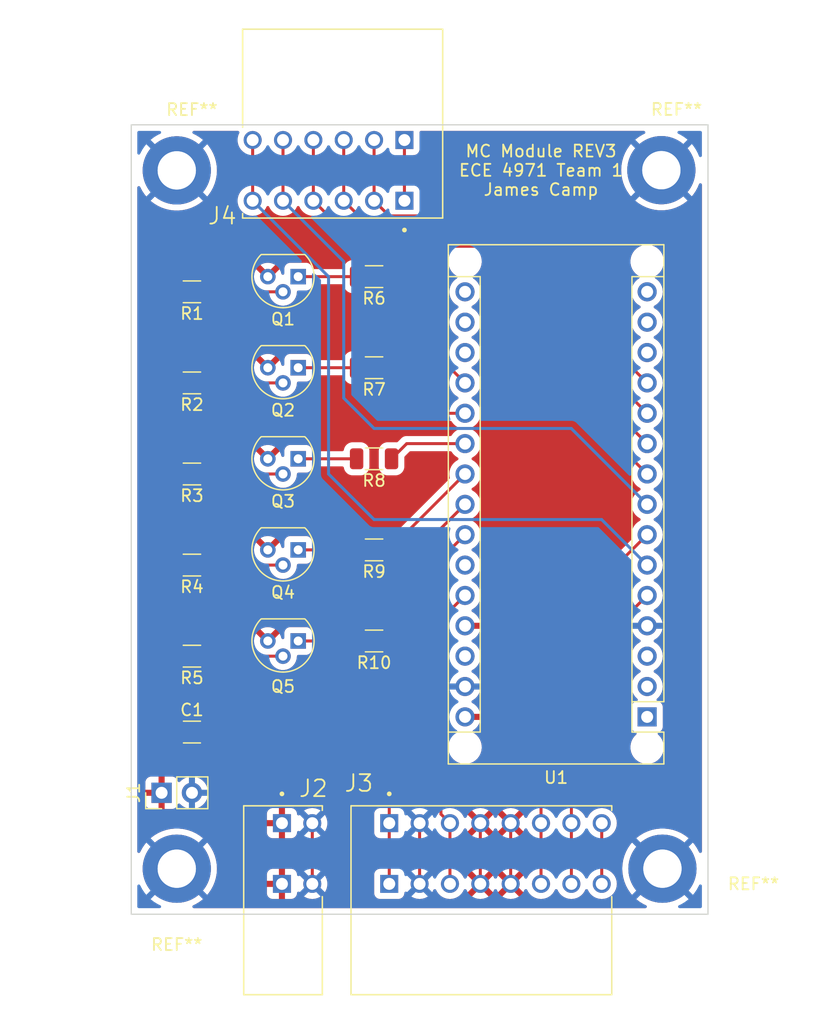
<source format=kicad_pcb>
(kicad_pcb (version 20211014) (generator pcbnew)
  (layers (0 "F.Cu" signal) (31 "B.Cu" signal) (34 "B.Paste" user) (35 "F.Paste" user) (36 "B.SilkS" user "B.Silkscreen") (37 "F.SilkS" user "F.Silkscreen") (38 "B.Mask" user) (39 "F.Mask" user) (44 "Edge.Cuts" user))
  (net 0 "")
  (net 1 "/Probe+")
  (net 2 "GND")
  (net 3 "+5V")
  (net 4 "/LA_Feedback")
  (net 5 "Net-(J4-Pad1_A)")
  (net 6 "Net-(J4-Pad2_A)")
  (net 7 "Net-(J4-Pad3_A)")
  (net 8 "Net-(J4-Pad4_A)")
  (net 9 "Net-(J4-Pad5_A)")
  (net 10 "Net-(J4-Pad6_A)")
  (net 11 "Net-(Q1-Pad1)")
  (net 12 "Net-(Q1-Pad2)")
  (net 13 "Net-(Q2-Pad1)")
  (net 14 "Net-(Q2-Pad2)")
  (net 15 "Net-(Q3-Pad1)")
  (net 16 "Net-(Q3-Pad2)")
  (net 17 "Net-(R9-Pad2)")
  (net 18 "Net-(Q4-Pad2)")
  (net 19 "Net-(Q5-Pad1)")
  (net 20 "Net-(Q5-Pad2)")
  (net 21 "Net-(U1-Pad19)")
  (net 22 "Net-(U1-Pad20)")
  (net 23 "Net-(U1-Pad21)")
  (net 24 "Net-(U1-Pad22)")
  (net 25 "Net-(U1-Pad23)")
  (net 37 "Net-(U1-Pad7)")
  (net 38 "Net-(U1-Pad5)")
  (net 39 "Net-(J3-Pad8_A)")
  (footprint "Package_TO_SOT_THT:TO-92" (layer "F.Cu") (at 76.2 63.5 180)
    (fp_text reference "Q2" (at 1.27 -3.56) (layer "F.SilkS"))
    (fp_text value "PNP")
    (fp_line (start -0.53 1.85) (end 3.07 1.85) (layer "F.SilkS") (width 0.12))
    (fp_arc (start -0.568478 1.838478) (mid -1.132087 -0.994977) (end 1.27 -2.6) (layer "F.SilkS") (width 0.12))
    (fp_arc (start 1.27 -2.6) (mid 3.672087 -0.994977) (end 3.108478 1.838478) (layer "F.SilkS") (width 0.12))
    (pad "1" thru_hole rect (at 0 0 180) (size 1.3 1.3) (drill 0.75) (layers *.Cu *.Mask) (net 13 "Net-(Q2-Pad1)"))
    (pad "2" thru_hole circle (at 1.27 -1.27 180) (size 1.3 1.3) (drill 0.75) (layers *.Cu *.Mask) (net 14 "Net-(Q2-Pad2)"))
    (pad "3" thru_hole circle (at 2.54 0 180) (size 1.3 1.3) (drill 0.75) (layers *.Cu *.Mask) (net 3 "+5V"))
  )
  (footprint "MountingHole:MountingHole_3.2mm_M3_ISO7380_Pad" (layer "F.Cu") (at 106.590137 46.973661)
    (fp_text reference "REF**" (at 1.27 -5.08) (layer "F.SilkS"))
    (fp_text value "MountingHole_3.2mm_M3_ISO7380_Pad")
    (pad "1" thru_hole circle (at 0 0) (size 5.7 5.7) (drill 3.2) (layers *.Cu *.Mask) (net 2 "GND"))
  )
  (footprint "Screw_Terminals:CUI_TBL009-254-06GY-2GY" (layer "F.Cu") (at 85.09 49.53 180)
    (fp_text reference "J4" (at 15.24 -1.27) (layer "F.SilkS") (effects (font (size 1.4 1.4))))
    (fp_text value "TBL009-254-06GY-2GY")
    (fp_line (start 13.54 -1.45) (end 13.54 -1.07) (layer "F.SilkS") (width 0.127))
    (fp_line (start -3.2 -1.45) (end 13.54 -1.45) (layer "F.SilkS") (width 0.127))
    (fp_line (start 13.54 14.35) (end -3.2 14.35) (layer "F.SilkS") (width 0.127))
    (fp_line (start -3.2 14.35) (end -3.2 -1.45) (layer "F.SilkS") (width 0.127))
    (fp_line (start 13.54 6.15) (end 13.54 14.35) (layer "F.SilkS") (width 0.127))
    (fp_circle (center 0 -2.45) (end 0.1 -2.45) (layer "F.SilkS") (width 0.2) (fill none))
    (pad "1_A" thru_hole rect (at 0 0 180) (size 1.508 1.508) (drill 1) (layers *.Cu *.Mask) (net 5 "Net-(J4-Pad1_A)"))
    (pad "1_B" thru_hole rect (at 0 5.08 180) (size 1.508 1.508) (drill 1) (layers *.Cu *.Mask) (net 5 "Net-(J4-Pad1_A)"))
    (pad "2_A" thru_hole circle (at 2.54 0 180) (size 1.508 1.508) (drill 1) (layers *.Cu *.Mask) (net 6 "Net-(J4-Pad2_A)"))
    (pad "2_B" thru_hole circle (at 2.54 5.08 180) (size 1.508 1.508) (drill 1) (layers *.Cu *.Mask) (net 6 "Net-(J4-Pad2_A)"))
    (pad "3_A" thru_hole circle (at 5.08 0 180) (size 1.508 1.508) (drill 1) (layers *.Cu *.Mask) (net 7 "Net-(J4-Pad3_A)"))
    (pad "3_B" thru_hole circle (at 5.08 5.08 180) (size 1.508 1.508) (drill 1) (layers *.Cu *.Mask) (net 7 "Net-(J4-Pad3_A)"))
    (pad "4_A" thru_hole circle (at 7.62 0 180) (size 1.508 1.508) (drill 1) (layers *.Cu *.Mask) (net 8 "Net-(J4-Pad4_A)"))
    (pad "4_B" thru_hole circle (at 7.62 5.08 180) (size 1.508 1.508) (drill 1) (layers *.Cu *.Mask) (net 8 "Net-(J4-Pad4_A)"))
    (pad "5_A" thru_hole circle (at 10.16 0 180) (size 1.508 1.508) (drill 1) (layers *.Cu *.Mask) (net 9 "Net-(J4-Pad5_A)"))
    (pad "5_B" thru_hole circle (at 10.16 5.08 180) (size 1.508 1.508) (drill 1) (layers *.Cu *.Mask) (net 9 "Net-(J4-Pad5_A)"))
    (pad "6_A" thru_hole circle (at 12.7 0 180) (size 1.508 1.508) (drill 1) (layers *.Cu *.Mask) (net 10 "Net-(J4-Pad6_A)"))
    (pad "6_B" thru_hole circle (at 12.7 5.08 180) (size 1.508 1.508) (drill 1) (layers *.Cu *.Mask) (net 10 "Net-(J4-Pad6_A)"))
  )
  (footprint "Resistor_SMD:R_1206_3216Metric" (layer "F.Cu") (at 82.55 86.36 180)
    (fp_text reference "R10" (at 0 -1.82) (layer "F.SilkS"))
    (fp_text value "4.7k")
    (fp_line (start -0.727064 0.91) (end 0.727064 0.91) (layer "F.SilkS") (width 0.12))
    (fp_line (start -0.727064 -0.91) (end 0.727064 -0.91) (layer "F.SilkS") (width 0.12))
    (pad "1" smd roundrect (at -1.4625 0 180) (size 1.125 1.75) (layers "F.Cu" "F.Paste" "F.Mask") (roundrect_rratio 0.222222) (net 25 "Net-(U1-Pad23)"))
    (pad "2" smd roundrect (at 1.4625 0 180) (size 1.125 1.75) (layers "F.Cu" "F.Paste" "F.Mask") (roundrect_rratio 0.222222) (net 19 "Net-(Q5-Pad1)"))
  )
  (footprint "Resistor_SMD:R_1206_3216Metric" (layer "F.Cu") (at 67.31 80.01 180)
    (fp_text reference "R4" (at 0 -1.82) (layer "F.SilkS"))
    (fp_text value "470M")
    (fp_line (start -0.727064 0.91) (end 0.727064 0.91) (layer "F.SilkS") (width 0.12))
    (fp_line (start -0.727064 -0.91) (end 0.727064 -0.91) (layer "F.SilkS") (width 0.12))
    (pad "1" smd roundrect (at -1.4625 0 180) (size 1.125 1.75) (layers "F.Cu" "F.Paste" "F.Mask") (roundrect_rratio 0.222222) (net 18 "Net-(Q4-Pad2)"))
    (pad "2" smd roundrect (at 1.4625 0 180) (size 1.125 1.75) (layers "F.Cu" "F.Paste" "F.Mask") (roundrect_rratio 0.222222) (net 1 "/Probe+"))
  )
  (footprint "Resistor_SMD:R_1206_3216Metric" (layer "F.Cu") (at 82.55 78.74 180)
    (fp_text reference "R9" (at 0 -1.82) (layer "F.SilkS"))
    (fp_text value "4.7k")
    (fp_line (start -0.727064 0.91) (end 0.727064 0.91) (layer "F.SilkS") (width 0.12))
    (fp_line (start -0.727064 -0.91) (end 0.727064 -0.91) (layer "F.SilkS") (width 0.12))
    (pad "1" smd roundrect (at -1.4625 0 180) (size 1.125 1.75) (layers "F.Cu" "F.Paste" "F.Mask") (roundrect_rratio 0.222222) (net 24 "Net-(U1-Pad22)"))
    (pad "2" smd roundrect (at 1.4625 0 180) (size 1.125 1.75) (layers "F.Cu" "F.Paste" "F.Mask") (roundrect_rratio 0.222222) (net 17 "Net-(R9-Pad2)"))
  )
  (footprint "" (layer "F.Cu") (at 106.68 105.41)
    (fp_text reference "" (at 0 0) (layer "F.SilkS") (effects (font (size 1.27 1.27))))
    (fp_text value "" (at 0 0) (layer "F.SilkS") (effects (font (size 1.27 1.27))))
    (pad "1" thru_hole circle (at 0 0) (size 5.7 5.7) (drill 3.2) (layers *.Cu *.Mask) (net 2 "GND"))
  )
  (footprint "Package_TO_SOT_THT:TO-92" (layer "F.Cu") (at 76.2 86.36 180)
    (fp_text reference "Q5" (at 1.27 -3.81) (layer "F.SilkS"))
    (fp_text value "PNP")
    (fp_line (start -0.53 1.85) (end 3.07 1.85) (layer "F.SilkS") (width 0.12))
    (fp_arc (start -0.568478 1.838478) (mid -1.132087 -0.994977) (end 1.27 -2.6) (layer "F.SilkS") (width 0.12))
    (fp_arc (start 1.27 -2.6) (mid 3.672087 -0.994977) (end 3.108478 1.838478) (layer "F.SilkS") (width 0.12))
    (pad "1" thru_hole rect (at 0 0 180) (size 1.3 1.3) (drill 0.75) (layers *.Cu *.Mask) (net 19 "Net-(Q5-Pad1)"))
    (pad "2" thru_hole circle (at 1.27 -1.27 180) (size 1.3 1.3) (drill 0.75) (layers *.Cu *.Mask) (net 20 "Net-(Q5-Pad2)"))
    (pad "3" thru_hole circle (at 2.54 0 180) (size 1.3 1.3) (drill 0.75) (layers *.Cu *.Mask) (net 3 "+5V"))
  )
  (footprint "Capacitor_SMD:C_1206_3216Metric" (layer "F.Cu") (at 67.31 93.98)
    (fp_text reference "C1" (at 0 -1.85) (layer "F.SilkS"))
    (fp_text value "100nF")
    (fp_line (start -0.711252 0.91) (end 0.711252 0.91) (layer "F.SilkS") (width 0.12))
    (fp_line (start -0.711252 -0.91) (end 0.711252 -0.91) (layer "F.SilkS") (width 0.12))
    (pad "1" smd roundrect (at -1.475 0) (size 1.15 1.8) (layers "F.Cu" "F.Paste" "F.Mask") (roundrect_rratio 0.217391) (net 1 "/Probe+"))
    (pad "2" smd roundrect (at 1.475 0) (size 1.15 1.8) (layers "F.Cu" "F.Paste" "F.Mask") (roundrect_rratio 0.217391) (net 2 "GND"))
  )
  (footprint "Package_TO_SOT_THT:TO-92" (layer "F.Cu") (at 76.2 71.12 180)
    (fp_text reference "Q3" (at 1.27 -3.56) (layer "F.SilkS"))
    (fp_text value "PNP")
    (fp_line (start -0.53 1.85) (end 3.07 1.85) (layer "F.SilkS") (width 0.12))
    (fp_arc (start -0.568478 1.838478) (mid -1.132087 -0.994977) (end 1.27 -2.6) (layer "F.SilkS") (width 0.12))
    (fp_arc (start 1.27 -2.6) (mid 3.672087 -0.994977) (end 3.108478 1.838478) (layer "F.SilkS") (width 0.12))
    (pad "1" thru_hole rect (at 0 0 180) (size 1.3 1.3) (drill 0.75) (layers *.Cu *.Mask) (net 15 "Net-(Q3-Pad1)"))
    (pad "2" thru_hole circle (at 1.27 -1.27 180) (size 1.3 1.3) (drill 0.75) (layers *.Cu *.Mask) (net 16 "Net-(Q3-Pad2)"))
    (pad "3" thru_hole circle (at 2.54 0 180) (size 1.3 1.3) (drill 0.75) (layers *.Cu *.Mask) (net 3 "+5V"))
  )
  (footprint "MountingHole:MountingHole_3.2mm_M3_ISO7380_Pad" (layer "F.Cu") (at 66.04 105.41)
    (fp_text reference "REF**" (at 0 6.35) (layer "F.SilkS"))
    (fp_text value "MountingHole_3.2mm_M3_ISO7380_Pad")
    (pad "1" thru_hole circle (at 0 0) (size 5.7 5.7) (drill 3.2) (layers *.Cu *.Mask) (net 2 "GND"))
  )
  (footprint "Resistor_SMD:R_1206_3216Metric" (layer "F.Cu") (at 67.31 72.39 180)
    (fp_text reference "R3" (at 0 -1.82) (layer "F.SilkS"))
    (fp_text value "47M")
    (fp_line (start -0.727064 -0.91) (end 0.727064 -0.91) (layer "F.SilkS") (width 0.12))
    (fp_line (start -0.727064 0.91) (end 0.727064 0.91) (layer "F.SilkS") (width 0.12))
    (pad "1" smd roundrect (at -1.4625 0 180) (size 1.125 1.75) (layers "F.Cu" "F.Paste" "F.Mask") (roundrect_rratio 0.222222) (net 16 "Net-(Q3-Pad2)"))
    (pad "2" smd roundrect (at 1.4625 0 180) (size 1.125 1.75) (layers "F.Cu" "F.Paste" "F.Mask") (roundrect_rratio 0.222222) (net 1 "/Probe+"))
  )
  (footprint "Resistor_SMD:R_1206_3216Metric" (layer "F.Cu") (at 82.55 71.12 180)
    (fp_text reference "R8" (at 0 -1.82) (layer "F.SilkS"))
    (fp_text value "4.7k")
    (fp_line (start -0.727064 0.91) (end 0.727064 0.91) (layer "F.SilkS") (width 0.12))
    (fp_line (start -0.727064 -0.91) (end 0.727064 -0.91) (layer "F.SilkS") (width 0.12))
    (pad "1" smd roundrect (at -1.4625 0 180) (size 1.125 1.75) (layers "F.Cu" "F.Paste" "F.Mask") (roundrect_rratio 0.222222) (net 23 "Net-(U1-Pad21)"))
    (pad "2" smd roundrect (at 1.4625 0 180) (size 1.125 1.75) (layers "F.Cu" "F.Paste" "F.Mask") (roundrect_rratio 0.222222) (net 15 "Net-(Q3-Pad1)"))
  )
  (footprint "Resistor_SMD:R_1206_3216Metric" (layer "F.Cu") (at 82.55 55.88 180)
    (fp_text reference "R6" (at 0 -1.82) (layer "F.SilkS"))
    (fp_text value "4.7k")
    (fp_line (start -0.727064 0.91) (end 0.727064 0.91) (layer "F.SilkS") (width 0.12))
    (fp_line (start -0.727064 -0.91) (end 0.727064 -0.91) (layer "F.SilkS") (width 0.12))
    (pad "1" smd roundrect (at -1.4625 0 180) (size 1.125 1.75) (layers "F.Cu" "F.Paste" "F.Mask") (roundrect_rratio 0.222222) (net 21 "Net-(U1-Pad19)"))
    (pad "2" smd roundrect (at 1.4625 0 180) (size 1.125 1.75) (layers "F.Cu" "F.Paste" "F.Mask") (roundrect_rratio 0.222222) (net 11 "Net-(Q1-Pad1)"))
  )
  (footprint "Screw_Terminals:CUI_TBL009-254-02GY-2GY" (layer "F.Cu") (at 74.84 101.6)
    (fp_text reference "J2" (at 2.63 -2.9025) (layer "F.SilkS") (effects (font (size 1.4 1.4))))
    (fp_text value "TBL009-254-02GY-2GY")
    (fp_line (start -3.2 14.35) (end -3.2 -1.45) (layer "F.SilkS") (width 0.127))
    (fp_line (start 3.38 -1.45) (end 3.38 -1.07) (layer "F.SilkS") (width 0.127))
    (fp_line (start 3.38 14.35) (end -3.2 14.35) (layer "F.SilkS") (width 0.127))
    (fp_line (start 3.38 6.15) (end 3.38 14.35) (layer "F.SilkS") (width 0.127))
    (fp_line (start -3.2 -1.45) (end 3.38 -1.45) (layer "F.SilkS") (width 0.127))
    (fp_circle (center 0 -2.45) (end 0.1 -2.45) (layer "F.SilkS") (width 0.2) (fill none))
    (pad "1_A" thru_hole rect (at 0 0) (size 1.508 1.508) (drill 1) (layers *.Cu *.Mask) (net 3 "+5V"))
    (pad "1_B" thru_hole rect (at 0 5.08) (size 1.508 1.508) (drill 1) (layers *.Cu *.Mask) (net 3 "+5V"))
    (pad "2_A" thru_hole circle (at 2.54 0) (size 1.508 1.508) (drill 1) (layers *.Cu *.Mask) (net 2 "GND"))
    (pad "2_B" thru_hole circle (at 2.54 5.08) (size 1.508 1.508) (drill 1) (layers *.Cu *.Mask) (net 2 "GND"))
  )
  (footprint "" (layer "F.Cu") (at 66.04 46.99)
    (fp_text reference "" (at 0 0) (layer "F.SilkS") (effects (font (size 1.27 1.27))))
    (fp_text value "" (at 0 0) (layer "F.SilkS") (effects (font (size 1.27 1.27))))
    (pad "1" thru_hole circle (at 0 0) (size 5.7 5.7) (drill 3.2) (layers *.Cu *.Mask) (net 2 "GND"))
  )
  (footprint "MountingHole:MountingHole_3.2mm_M3_ISO7380_Pad" (layer "F.Cu") (at 66.04 46.99)
    (fp_text reference "REF**" (at 1.27 -5.08) (layer "F.SilkS"))
    (fp_text value "MountingHole_3.2mm_M3_ISO7380_Pad")
    (pad "1" thru_hole circle (at 0 0) (size 5.7 5.7) (drill 3.2) (layers *.Cu *.Mask) (net 2 "GND"))
  )
  (footprint "Screw_Terminals:CUI_TBL009-254-08GY-2GY" (layer "F.Cu") (at 83.82 101.6)
    (fp_text reference "J3" (at -2.54 -3.339) (layer "F.SilkS") (effects (font (size 1.4 1.4))))
    (fp_text value "TBL009-254-08GY-2GY")
    (fp_line (start 18.62 -1.45) (end 18.62 -1.07) (layer "F.SilkS") (width 0.127))
    (fp_line (start 18.62 6.15) (end 18.62 14.35) (layer "F.SilkS") (width 0.127))
    (fp_line (start -3.2 14.35) (end -3.2 -1.45) (layer "F.SilkS") (width 0.127))
    (fp_line (start -3.2 -1.45) (end 18.62 -1.45) (layer "F.SilkS") (width 0.127))
    (fp_line (start 18.62 14.35) (end -3.2 14.35) (layer "F.SilkS") (width 0.127))
    (fp_circle (center 0 -2.45) (end 0.1 -2.45) (layer "F.SilkS") (width 0.2) (fill none))
    (pad "1_A" thru_hole rect (at 0 0) (size 1.508 1.508) (drill 1) (layers *.Cu *.Mask) (net 1 "/Probe+"))
    (pad "1_B" thru_hole rect (at 0 5.08) (size 1.508 1.508) (drill 1) (layers *.Cu *.Mask) (net 1 "/Probe+"))
    (pad "2_A" thru_hole circle (at 2.54 0) (size 1.508 1.508) (drill 1) (layers *.Cu *.Mask) (net 2 "GND"))
    (pad "2_B" thru_hole circle (at 2.54 5.08) (size 1.508 1.508) (drill 1) (layers *.Cu *.Mask) (net 2 "GND"))
    (pad "3_A" thru_hole circle (at 5.08 0) (size 1.508 1.508) (drill 1) (layers *.Cu *.Mask) (net 4 "/LA_Feedback"))
    (pad "3_B" thru_hole circle (at 5.08 5.08) (size 1.508 1.508) (drill 1) (layers *.Cu *.Mask) (net 4 "/LA_Feedback"))
    (pad "4_A" thru_hole circle (at 7.62 0) (size 1.508 1.508) (drill 1) (layers *.Cu *.Mask) (net 3 "+5V"))
    (pad "4_B" thru_hole circle (at 7.62 5.08) (size 1.508 1.508) (drill 1) (layers *.Cu *.Mask) (net 3 "+5V"))
    (pad "5_A" thru_hole circle (at 10.16 0) (size 1.508 1.508) (drill 1) (layers *.Cu *.Mask) (net 3 "+5V"))
    (pad "5_B" thru_hole circle (at 10.16 5.08) (size 1.508 1.508) (drill 1) (layers *.Cu *.Mask) (net 3 "+5V"))
    (pad "6_A" thru_hole circle (at 12.7 0) (size 1.508 1.508) (drill 1) (layers *.Cu *.Mask) (net 37 "Net-(U1-Pad7)"))
    (pad "6_B" thru_hole circle (at 12.7 5.08) (size 1.508 1.508) (drill 1) (layers *.Cu *.Mask) (net 37 "Net-(U1-Pad7)"))
    (pad "7_A" thru_hole circle (at 15.24 0) (size 1.508 1.508) (drill 1) (layers *.Cu *.Mask) (net 38 "Net-(U1-Pad5)"))
    (pad "7_B" thru_hole circle (at 15.24 5.08) (size 1.508 1.508) (drill 1) (layers *.Cu *.Mask) (net 38 "Net-(U1-Pad5)"))
    (pad "8_A" thru_hole circle (at 17.78 0) (size 1.508 1.508) (drill 1) (layers *.Cu *.Mask) (net 39 "Net-(J3-Pad8_A)"))
    (pad "8_B" thru_hole circle (at 17.78 5.08) (size 1.508 1.508) (drill 1) (layers *.Cu *.Mask) (net 39 "Net-(J3-Pad8_A)"))
  )
  (footprint "Resistor_SMD:R_1206_3216Metric" (layer "F.Cu") (at 67.31 87.63 180)
    (fp_text reference "R5" (at 0 -1.82) (layer "F.SilkS"))
    (fp_text value "10G")
    (fp_line (start -0.727064 0.91) (end 0.727064 0.91) (layer "F.SilkS") (width 0.12))
    (fp_line (start -0.727064 -0.91) (end 0.727064 -0.91) (layer "F.SilkS") (width 0.12))
    (pad "1" smd roundrect (at -1.4625 0 180) (size 1.125 1.75) (layers "F.Cu" "F.Paste" "F.Mask") (roundrect_rratio 0.222222) (net 20 "Net-(Q5-Pad2)"))
    (pad "2" smd roundrect (at 1.4625 0 180) (size 1.125 1.75) (layers "F.Cu" "F.Paste" "F.Mask") (roundrect_rratio 0.222222) (net 1 "/Probe+"))
  )
  (footprint "" (layer "F.Cu") (at 106.590137 46.973661)
    (fp_text reference "" (at 0 0) (layer "F.SilkS") (effects (font (size 1.27 1.27))))
    (fp_text value "" (at 0 0) (layer "F.SilkS") (effects (font (size 1.27 1.27))))
    (pad "1" thru_hole circle (at 0 0) (size 5.7 5.7) (drill 3.2) (layers *.Cu *.Mask) (net 2 "GND"))
  )
  (footprint "Resistor_SMD:R_1206_3216Metric" (layer "F.Cu") (at 82.55 63.5 180)
    (fp_text reference "R7" (at 0 -1.82) (layer "F.SilkS"))
    (fp_text value "4.7k")
    (fp_line (start -0.727064 0.91) (end 0.727064 0.91) (layer "F.SilkS") (width 0.12))
    (fp_line (start -0.727064 -0.91) (end 0.727064 -0.91) (layer "F.SilkS") (width 0.12))
    (pad "1" smd roundrect (at -1.4625 0 180) (size 1.125 1.75) (layers "F.Cu" "F.Paste" "F.Mask") (roundrect_rratio 0.222222) (net 22 "Net-(U1-Pad20)"))
    (pad "2" smd roundrect (at 1.4625 0 180) (size 1.125 1.75) (layers "F.Cu" "F.Paste" "F.Mask") (roundrect_rratio 0.222222) (net 13 "Net-(Q2-Pad1)"))
  )
  (footprint "Capstone_Library:Arduino_Nano_WithMountingHoles" (layer "F.Cu") (at 105.4 92.71 180)
    (fp_text reference "U1" (at 7.62 -5.08) (layer "F.SilkS"))
    (fp_text value "Arduino_Nano_v2.x")
    (fp_line (start 13.97 -1.27) (end 16.64 -1.27) (layer "F.SilkS") (width 0.12))
    (fp_line (start 16.64 -3.94) (end -1.4 -3.94) (layer "F.SilkS") (width 0.12))
    (fp_line (start -1.4 -3.94) (end -1.4 -1.27) (layer "F.SilkS") (width 0.12))
    (fp_line (start 13.97 36.83) (end 16.64 36.83) (layer "F.SilkS") (width 0.12))
    (fp_line (start -1.4 1.27) (end -1.4 39.5) (layer "F.SilkS") (width 0.12))
    (fp_line (start 1.27 1.27) (end 1.27 36.83) (layer "F.SilkS") (width 0.12))
    (fp_line (start 16.64 39.5) (end 16.64 -3.94) (layer "F.SilkS") (width 0.12))
    (fp_line (start 13.97 -1.27) (end 13.97 36.83) (layer "F.SilkS") (width 0.12))
    (fp_line (start 1.27 36.83) (end -1.4 36.83) (layer "F.SilkS") (width 0.12))
    (fp_line (start 1.27 1.27) (end -1.4 1.27) (layer "F.SilkS") (width 0.12))
    (fp_line (start -1.4 39.5) (end 16.64 39.5) (layer "F.SilkS") (width 0.12))
    (fp_line (start 1.27 -1.27) (end -1.4 -1.27) (layer "F.SilkS") (width 0.12))
    (fp_line (start 1.27 1.27) (end 1.27 -1.27) (layer "F.SilkS") (width 0.12))
    (pad "" np_thru_hole circle (at 0 38.1 180) (size 1.78 1.78) (drill 1.78) (layers *.Cu *.Mask))
    (pad "" np_thru_hole circle (at 15.24 -2.54 180) (size 1.78 1.78) (drill 1.78) (layers *.Cu *.Mask))
    (pad "" np_thru_hole circle (at 15.24 38.1 180) (size 1.78 1.78) (drill 1.78) (layers *.Cu *.Mask))
    (pad "" np_thru_hole circle (at 0 -2.54 180) (size 1.78 1.78) (drill 1.78) (layers *.Cu *.Mask))
    (pad "1" thru_hole rect (at 0 0 180) (size 1.6 1.6) (drill 1) (layers *.Cu *.Mask))
    (pad "2" thru_hole oval (at 0 2.54 180) (size 1.6 1.6) (drill 1) (layers *.Cu *.Mask))
    (pad "3" thru_hole oval (at 0 5.08 180) (size 1.6 1.6) (drill 1) (layers *.Cu *.Mask))
    (pad "4" thru_hole oval (at 0 7.62 180) (size 1.6 1.6) (drill 1) (layers *.Cu *.Mask) (net 2 "GND"))
    (pad "5" thru_hole oval (at 0 10.16 180) (size 1.6 1.6) (drill 1) (layers *.Cu *.Mask) (net 38 "Net-(U1-Pad5)"))
    (pad "6" thru_hole oval (at 0 12.7 180) (size 1.6 1.6) (drill 1) (layers *.Cu *.Mask) (net 10 "Net-(J4-Pad6_A)"))
    (pad "7" thru_hole oval (at 0 15.24 180) (size 1.6 1.6) (drill 1) (layers *.Cu *.Mask) (net 37 "Net-(U1-Pad7)"))
    (pad "8" thru_hole oval (at 0 17.78 180) (size 1.6 1.6) (drill 1) (layers *.Cu *.Mask) (net 9 "Net-(J4-Pad5_A)"))
    (pad "9" thru_hole oval (at 0 20.32 180) (size 1.6 1.6) (drill 1) (layers *.Cu *.Mask) (net 8 "Net-(J4-Pad4_A)"))
    (pad "10" thru_hole oval (at 0 22.86 180) (size 1.6 1.6) (drill 1) (layers *.Cu *.Mask) (net 7 "Net-(J4-Pad3_A)"))
    (pad "11" thru_hole oval (at 0 25.4 180) (size 1.6 1.6) (drill 1) (layers *.Cu *.Mask) (net 6 "Net-(J4-Pad2_A)"))
    (pad "12" thru_hole oval (at 0 27.94 180) (size 1.6 1.6) (drill 1) (layers *.Cu *.Mask) (net 5 "Net-(J4-Pad1_A)"))
    (pad "13" thru_hole oval (at 0 30.48 180) (size 1.6 1.6) (drill 1) (layers *.Cu *.Mask))
    (pad "14" thru_hole oval (at 0 33.02 180) (size 1.6 1.6) (drill 1) (layers *.Cu *.Mask))
    (pad "15" thru_hole oval (at 0 35.56 180) (size 1.6 1.6) (drill 1) (layers *.Cu *.Mask))
    (pad "16" thru_hole oval (at 15.24 35.56 180) (size 1.6 1.6) (drill 1) (layers *.Cu *.Mask))
    (pad "17" thru_hole oval (at 15.24 33.02 180) (size 1.6 1.6) (drill 1) (layers *.Cu *.Mask))
    (pad "18" thru_hole oval (at 15.24 30.48 180) (size 1.6 1.6) (drill 1) (layers *.Cu *.Mask))
    (pad "19" thru_hole oval (at 15.24 27.94 180) (size 1.6 1.6) (drill 1) (layers *.Cu *.Mask) (net 21 "Net-(U1-Pad19)"))
    (pad "20" thru_hole oval (at 15.24 25.4 180) (size 1.6 1.6) (drill 1) (layers *.Cu *.Mask) (net 22 "Net-(U1-Pad20)"))
    (pad "21" thru_hole oval (at 15.24 22.86 180) (size 1.6 1.6) (drill 1) (layers *.Cu *.Mask) (net 23 "Net-(U1-Pad21)"))
    (pad "22" thru_hole oval (at 15.24 20.32 180) (size 1.6 1.6) (drill 1) (layers *.Cu *.Mask) (net 24 "Net-(U1-Pad22)"))
    (pad "23" thru_hole oval (at 15.24 17.78 180) (size 1.6 1.6) (drill 1) (layers *.Cu *.Mask) (net 25 "Net-(U1-Pad23)"))
    (pad "24" thru_hole oval (at 15.24 15.24 180) (size 1.6 1.6) (drill 1) (layers *.Cu *.Mask) (net 1 "/Probe+"))
    (pad "25" thru_hole oval (at 15.24 12.7 180) (size 1.6 1.6) (drill 1) (layers *.Cu *.Mask))
    (pad "26" thru_hole oval (at 15.24 10.16 180) (size 1.6 1.6) (drill 1) (layers *.Cu *.Mask) (net 4 "/LA_Feedback"))
    (pad "27" thru_hole oval (at 15.24 7.62 180) (size 1.6 1.6) (drill 1) (layers *.Cu *.Mask) (net 3 "+5V"))
    (pad "28" thru_hole oval (at 15.24 5.08 180) (size 1.6 1.6) (drill 1) (layers *.Cu *.Mask))
    (pad "29" thru_hole oval (at 15.24 2.54 180) (size 1.6 1.6) (drill 1) (layers *.Cu *.Mask) (net 2 "GND"))
    (pad "30" thru_hole oval (at 15.24 0 180) (size 1.6 1.6) (drill 1) (layers *.Cu *.Mask) (net 3 "+5V"))
  )
  (footprint "MountingHole:MountingHole_3.2mm_M3_ISO7380_Pad" (layer "F.Cu") (at 106.68 105.41)
    (fp_text reference "REF**" (at 7.62 1.27) (layer "F.SilkS"))
    (fp_text value "MountingHole_3.2mm_M3_ISO7380_Pad")
    (pad "1" thru_hole circle (at 0 0) (size 5.7 5.7) (drill 3.2) (layers *.Cu *.Mask) (net 2 "GND"))
  )
  (footprint "" (layer "F.Cu") (at 66.04 105.41)
    (fp_text reference "" (at 0 0) (layer "F.SilkS") (effects (font (size 1.27 1.27))))
    (fp_text value "" (at 0 0) (layer "F.SilkS") (effects (font (size 1.27 1.27))))
    (pad "1" thru_hole circle (at 0 0) (size 5.7 5.7) (drill 3.2) (layers *.Cu *.Mask) (net 2 "GND"))
  )
  (footprint "Resistor_SMD:R_1206_3216Metric" (layer "F.Cu") (at 67.31 64.77 180)
    (fp_text reference "R2" (at 0 -1.82) (layer "F.SilkS"))
    (fp_text value "4.7M")
    (fp_line (start -0.727064 0.91) (end 0.727064 0.91) (layer "F.SilkS") (width 0.12))
    (fp_line (start -0.727064 -0.91) (end 0.727064 -0.91) (layer "F.SilkS") (width 0.12))
    (pad "1" smd roundrect (at -1.4625 0 180) (size 1.125 1.75) (layers "F.Cu" "F.Paste" "F.Mask") (roundrect_rratio 0.222222) (net 14 "Net-(Q2-Pad2)"))
    (pad "2" smd roundrect (at 1.4625 0 180) (size 1.125 1.75) (layers "F.Cu" "F.Paste" "F.Mask") (roundrect_rratio 0.222222) (net 1 "/Probe+"))
  )
  (footprint "Connector_PinHeader_2.54mm:PinHeader_1x02_P2.54mm_Vertical" (layer "F.Cu") (at 64.77 99.06 90)
    (fp_text reference "J1" (at 0 -2.33 90) (layer "F.SilkS"))
    (fp_text value "Conn_01x02_Female")
    (fp_line (start -1.33 -1.33) (end 0 -1.33) (layer "F.SilkS") (width 0.12))
    (fp_line (start -1.33 0) (end -1.33 -1.33) (layer "F.SilkS") (width 0.12))
    (fp_line (start -1.33 3.87) (end 1.33 3.87) (layer "F.SilkS") (width 0.12))
    (fp_line (start 1.33 1.27) (end 1.33 3.87) (layer "F.SilkS") (width 0.12))
    (fp_line (start -1.33 1.27) (end 1.33 1.27) (layer "F.SilkS") (width 0.12))
    (fp_line (start -1.33 1.27) (end -1.33 3.87) (layer "F.SilkS") (width 0.12))
    (pad "1" thru_hole rect (at 0 0 90) (size 1.7 1.7) (drill 1) (layers *.Cu *.Mask) (net 3 "+5V"))
    (pad "2" thru_hole oval (at 0 2.54 90) (size 1.7 1.7) (drill 1) (layers *.Cu *.Mask) (net 2 "GND"))
  )
  (footprint "Package_TO_SOT_THT:TO-92" (layer "F.Cu") (at 76.2 78.74 180)
    (fp_text reference "Q4" (at 1.27 -3.56) (layer "F.SilkS"))
    (fp_text value "PNP")
    (fp_line (start -0.53 1.85) (end 3.07 1.85) (layer "F.SilkS") (width 0.12))
    (fp_arc (start -0.568478 1.838478) (mid -1.132087 -0.994977) (end 1.27 -2.6) (layer "F.SilkS") (width 0.12))
    (fp_arc (start 1.27 -2.6) (mid 3.672087 -0.994977) (end 3.108478 1.838478) (layer "F.SilkS") (width 0.12))
    (pad "1" thru_hole rect (at 0 0 180) (size 1.3 1.3) (drill 0.75) (layers *.Cu *.Mask) (net 17 "Net-(R9-Pad2)"))
    (pad "2" thru_hole circle (at 1.27 -1.27 180) (size 1.3 1.3) (drill 0.75) (layers *.Cu *.Mask) (net 18 "Net-(Q4-Pad2)"))
    (pad "3" thru_hole circle (at 2.54 0 180) (size 1.3 1.3) (drill 0.75) (layers *.Cu *.Mask) (net 3 "+5V"))
  )
  (footprint "Package_TO_SOT_THT:TO-92" (layer "F.Cu") (at 76.2 55.88 180)
    (fp_text reference "Q1" (at 1.27 -3.56) (layer "F.SilkS"))
    (fp_text value "PNP")
    (fp_line (start -0.53 1.85) (end 3.07 1.85) (layer "F.SilkS") (width 0.12))
    (fp_arc (start 1.27 -2.6) (mid 3.672087 -0.994977) (end 3.108478 1.838478) (layer "F.SilkS") (width 0.12))
    (fp_arc (start -0.568478 1.838478) (mid -1.132087 -0.994977) (end 1.27 -2.6) (layer "F.SilkS") (width 0.12))
    (pad "1" thru_hole rect (at 0 0 180) (size 1.3 1.3) (drill 0.75) (layers *.Cu *.Mask) (net 11 "Net-(Q1-Pad1)"))
    (pad "2" thru_hole circle (at 1.27 -1.27 180) (size 1.3 1.3) (drill 0.75) (layers *.Cu *.Mask) (net 12 "Net-(Q1-Pad2)"))
    (pad "3" thru_hole circle (at 2.54 0 180) (size 1.3 1.3) (drill 0.75) (layers *.Cu *.Mask) (net 3 "+5V"))
  )
  (footprint "Resistor_SMD:R_1206_3216Metric" (layer "F.Cu") (at 67.31 57.15 180)
    (fp_text reference "R1" (at 0 -1.82) (layer "F.SilkS"))
    (fp_text value "820k")
    (fp_line (start -0.727064 0.91) (end 0.727064 0.91) (layer "F.SilkS") (width 0.12))
    (fp_line (start -0.727064 -0.91) (end 0.727064 -0.91) (layer "F.SilkS") (width 0.12))
    (pad "1" smd roundrect (at -1.4625 0 180) (size 1.125 1.75) (layers "F.Cu" "F.Paste" "F.Mask") (roundrect_rratio 0.222222) (net 12 "Net-(Q1-Pad2)"))
    (pad "2" smd roundrect (at 1.4625 0 180) (size 1.125 1.75) (layers "F.Cu" "F.Paste" "F.Mask") (roundrect_rratio 0.222222) (net 1 "/Probe+"))
  )
  (gr_line (start 110.49 109.22) (end 62.23 109.22) (layer "Edge.Cuts") (width 0.1))
  (gr_line (start 110.49 43.18) (end 110.49 109.22) (layer "Edge.Cuts") (width 0.1))
  (gr_line (start 62.23 43.18) (end 62.23 109.22) (layer "Edge.Cuts") (width 0.1))
  (gr_line (start 62.23 43.18) (end 110.49 43.18) (layer "Edge.Cuts") (width 0.1))
  (gr_text "MC Module REV3\nECE 4971 Team 1\nJames Camp" (at 96.52 46.99) (layer "F.SilkS") (effects (font (size 1 1))))
  (segment (start 65.8475 64.77) (end 65.8475 80.01) (width 0.25) (layer "F.Cu") (net 1))
  (segment (start 65.8475 80.01) (end 65.8475 87.63) (width 0.25) (layer "F.Cu") (net 1))
  (segment (start 68.375 91.44) (end 82.55 91.44) (width 0.25) (layer "F.Cu") (net 1))
  (segment (start 86.36 87.63) (end 86.36 81.27) (width 0.25) (layer "F.Cu") (net 1))
  (segment (start 83.82 101.6) (end 83.82 106.68) (width 0.25) (layer "F.Cu") (net 1))
  (segment (start 65.8475 57.15) (end 65.8475 64.77) (width 0.25) (layer "F.Cu") (net 1))
  (segment (start 86.36 81.27) (end 90.16 77.47) (width 0.25) (layer "F.Cu") (net 1))
  (segment (start 82.55 91.44) (end 86.36 87.63) (width 0.25) (layer "F.Cu") (net 1))
  (segment (start 83.82 92.71) (end 83.82 101.6) (width 0.25) (layer "F.Cu") (net 1))
  (segment (start 65.8475 87.63) (end 65.8475 93.9675) (width 0.25) (layer "F.Cu") (net 1))
  (segment (start 65.8475 57.15) (end 66.04 57.15) (width 0.25) (layer "F.Cu") (net 1))
  (segment (start 65.8475 93.9675) (end 65.835 93.98) (width 0.25) (layer "F.Cu") (net 1))
  (segment (start 82.55 91.44) (end 83.82 92.71) (width 0.25) (layer "F.Cu") (net 1))
  (segment (start 65.835 93.98) (end 68.375 91.44) (width 0.25) (layer "F.Cu") (net 1))
  (segment (start 86.36 106.68) (end 86.36 101.6) (width 0.25) (layer "F.Cu") (net 2))
  (segment (start 77.38 101.9625) (end 77.38 107.0425) (width 0.25) (layer "F.Cu") (net 2))
  (segment (start 93.98 101.6) (end 93.98 106.68) (width 0.25) (layer "F.Cu") (net 3))
  (segment (start 74.84 101.9625) (end 74.84 107.0425) (width 0.25) (layer "F.Cu") (net 3))
  (segment (start 91.44 106.68) (end 91.44 101.6) (width 0.25) (layer "F.Cu") (net 3))
  (segment (start 88.9 101.6) (end 88.146 100.846) (width 0.25) (layer "F.Cu") (net 4))
  (segment (start 88.146 84.564) (end 90.16 82.55) (width 0.25) (layer "F.Cu") (net 4))
  (segment (start 88.9 101.6) (end 88.9 106.68) (width 0.25) (layer "F.Cu") (net 4))
  (segment (start 88.146 100.846) (end 88.146 84.564) (width 0.25) (layer "F.Cu") (net 4))
  (segment (start 100.33 46.99) (end 85.09 46.99) (width 0.25) (layer "F.Cu") (net 5))
  (segment (start 102.87 49.53) (end 100.33 46.99) (width 0.25) (layer "F.Cu") (net 5))
  (segment (start 85.09 49.53) (end 85.09 48.26) (width 0.25) (layer "F.Cu") (net 5))
  (segment (start 105.4 64.77) (end 102.87 62.24) (width 0.25) (layer "F.Cu") (net 5))
  (segment (start 102.87 62.24) (end 102.87 49.53) (width 0.25) (layer "F.Cu") (net 5))
  (segment (start 85.09 46.99) (end 85.09 48.26) (width 0.25) (layer "F.Cu") (net 5))
  (segment (start 85.09 48.26) (end 85.09 44.45) (width 0.25) (layer "F.Cu") (net 5))
  (segment (start 82.55 44.45) (end 82.55 49.53) (width 0.25) (layer "F.Cu") (net 6))
  (segment (start 83.82 50.8) (end 82.55 49.53) (width 0.25) (layer "F.Cu") (net 6))
  (segment (start 100.33 50.8) (end 83.82 50.8) (width 0.25) (layer "F.Cu") (net 6))
  (segment (start 101.6 63.51) (end 101.6 52.07) (width 0.25) (layer "F.Cu") (net 6))
  (segment (start 105.4 67.31) (end 101.6 63.51) (width 0.25) (layer "F.Cu") (net 6))
  (segment (start 101.6 52.07) (end 100.33 50.8) (width 0.25) (layer "F.Cu") (net 6))
  (segment (start 80.01 49.53) (end 82.55 52.07) (width 0.25) (layer "F.Cu") (net 7))
  (segment (start 100.33 64.78) (end 105.4 69.85) (width 0.25) (layer "F.Cu") (net 7))
  (segment (start 80.01 49.53) (end 80.01 44.45) (width 0.25) (layer "F.Cu") (net 7))
  (segment (start 82.55 52.07) (end 99.06 52.07) (width 0.25) (layer "F.Cu") (net 7))
  (segment (start 100.33 53.34) (end 100.33 64.78) (width 0.25) (layer "F.Cu") (net 7))
  (segment (start 99.06 52.07) (end 100.33 53.34) (width 0.25) (layer "F.Cu") (net 7))
  (segment (start 97.79 53.34) (end 99.06 54.61) (width 0.25) (layer "F.Cu") (net 8))
  (segment (start 99.06 54.61) (end 99.06 66.05) (width 0.25) (layer "F.Cu") (net 8))
  (segment (start 77.47 44.45) (end 77.47 49.53) (width 0.25) (layer "F.Cu") (net 8))
  (segment (start 99.06 66.05) (end 105.4 72.39) (width 0.25) (layer "F.Cu") (net 8))
  (segment (start 77.47 49.53) (end 81.28 53.34) (width 0.25) (layer "F.Cu") (net 8))
  (segment (start 81.28 53.34) (end 97.79 53.34) (width 0.25) (layer "F.Cu") (net 8))
  (segment (start 74.93 49.53) (end 74.93 44.45) (width 0.25) (layer "F.Cu") (net 9))
  (segment (start 80.01 54.61) (end 80.01 66.04) (width 0.25) (layer "B.Cu") (net 9))
  (segment (start 82.55 68.58) (end 99.05 68.58) (width 0.25) (layer "B.Cu") (net 9))
  (segment (start 99.05 68.58) (end 105.4 74.93) (width 0.25) (layer "B.Cu") (net 9))
  (segment (start 74.93 49.53) (end 80.01 54.61) (width 0.25) (layer "B.Cu") (net 9))
  (segment (start 80.01 66.04) (end 82.55 68.58) (width 0.25) (layer "B.Cu") (net 9))
  (segment (start 72.39 44.45) (end 72.39 49.53) (width 0.25) (layer "F.Cu") (net 10))
  (segment (start 101.59 76.2) (end 105.4 80.01) (width 0.25) (layer "B.Cu") (net 10))
  (segment (start 78.74 55.88) (end 78.74 72.39) (width 0.25) (layer "B.Cu") (net 10))
  (segment (start 82.55 76.2) (end 101.59 76.2) (width 0.25) (layer "B.Cu") (net 10))
  (segment (start 72.39 49.53) (end 78.74 55.88) (width 0.25) (layer "B.Cu") (net 10))
  (segment (start 78.74 72.39) (end 82.55 76.2) (width 0.25) (layer "B.Cu") (net 10))
  (segment (start 81.0875 55.88) (end 76.2 55.88) (width 0.25) (layer "F.Cu") (net 11))
  (segment (start 74.93 57.15) (end 68.7725 57.15) (width 0.25) (layer "F.Cu") (net 12))
  (segment (start 81.0875 63.5) (end 76.2 63.5) (width 0.25) (layer "F.Cu") (net 13))
  (segment (start 74.93 64.77) (end 68.7725 64.77) (width 0.25) (layer "F.Cu") (net 14))
  (segment (start 81.0875 71.12) (end 76.2 71.12) (width 0.25) (layer "F.Cu") (net 15))
  (segment (start 74.93 72.39) (end 68.7725 72.39) (width 0.25) (layer "F.Cu") (net 16))
  (segment (start 81.0875 78.74) (end 76.2 78.74) (width 0.25) (layer "F.Cu") (net 17))
  (segment (start 74.93 80.01) (end 68.7725 80.01) (width 0.25) (layer "F.Cu") (net 18))
  (segment (start 81.0875 86.36) (end 76.2 86.36) (width 0.25) (layer "F.Cu") (net 19))
  (segment (start 74.93 87.63) (end 68.7725 87.63) (width 0.25) (layer "F.Cu") (net 20))
  (segment (start 90.16 64.77) (end 84.0125 58.6225) (width 0.25) (layer "F.Cu") (net 21))
  (segment (start 84.0125 58.6225) (end 84.0125 55.88) (width 0.25) (layer "F.Cu") (net 21))
  (segment (start 90.16 67.31) (end 87.8225 67.31) (width 0.25) (layer "F.Cu") (net 22))
  (segment (start 87.8225 67.31) (end 84.0125 63.5) (width 0.25) (layer "F.Cu") (net 22))
  (segment (start 90.16 69.85) (end 85.2825 69.85) (width 0.25) (layer "F.Cu") (net 23))
  (segment (start 85.2825 69.85) (end 84.0125 71.12) (width 0.25) (layer "F.Cu") (net 23))
  (segment (start 90.16 72.39) (end 84.0125 78.5375) (width 0.25) (layer "F.Cu") (net 24))
  (segment (start 84.0125 78.5375) (end 84.0125 78.74) (width 0.25) (layer "F.Cu") (net 24))
  (segment (start 85.09 80) (end 90.16 74.93) (width 0.25) (layer "F.Cu") (net 25))
  (segment (start 85.09 85.2825) (end 85.09 80) (width 0.25) (layer "F.Cu") (net 25))
  (segment (start 84.0125 86.36) (end 85.09 85.2825) (width 0.25) (layer "F.Cu") (net 25))
  (segment (start 96.52 106.68) (end 96.52 101.6) (width 0.25) (layer "F.Cu") (net 37))
  (segment (start 96.52 86.35) (end 96.52 101.6) (width 0.25) (layer "F.Cu") (net 37))
  (segment (start 105.4 77.47) (end 96.52 86.35) (width 0.25) (layer "F.Cu") (net 37))
  (segment (start 99.06 88.89) (end 99.06 101.6) (width 0.25) (layer "F.Cu") (net 38))
  (segment (start 99.06 101.6) (end 99.06 106.68) (width 0.25) (layer "F.Cu") (net 38))
  (segment (start 105.4 82.55) (end 99.06 88.89) (width 0.25) (layer "F.Cu") (net 38))
  (segment (start 101.6 106.68) (end 101.6 101.6) (width 0.25) (layer "F.Cu") (net 39))
  (zone (net 3) (net_name "+5V") (layer "F.Cu") (connect_pads (clearance 0.508)) (min_thickness 0.254) (fill yes (thermal_gap 0.508) (thermal_bridge_width 0.508))
    (polygon (pts (xy 111.76 110.49) (xy 60.96 110.49) (xy 60.96 41.91) (xy 111.76 41.91)))
  )
  (zone (net 2) (net_name "GND") (layer "B.Cu") (connect_pads (clearance 0.508)) (min_thickness 0.254) (fill yes (thermal_gap 0.508) (thermal_bridge_width 0.508))
    (polygon (pts (xy 113.03 111.76) (xy 59.69 111.76) (xy 59.69 40.64) (xy 113.03 40.64)))
  )
)
</source>
